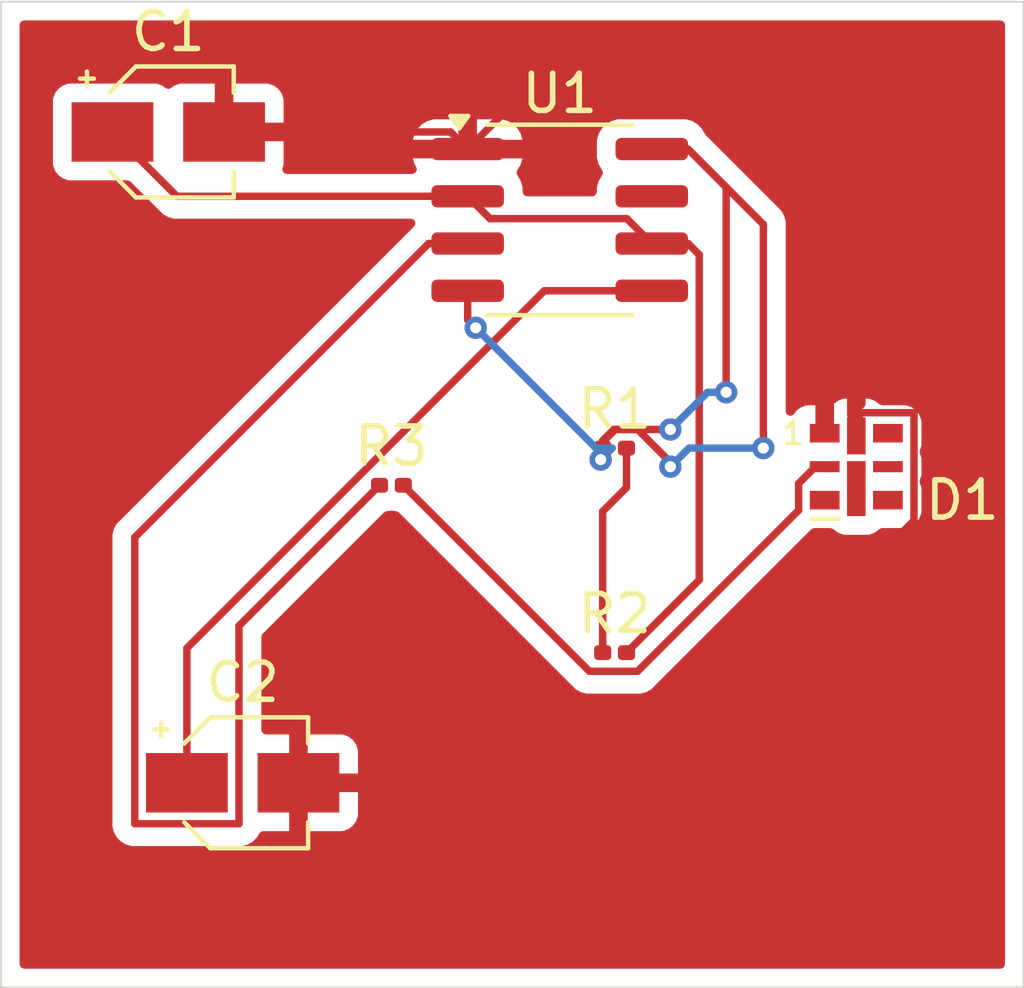
<source format=kicad_pcb>
(kicad_pcb (version 20241229) (generator "pcbnew") (generator_version "9.0")
  (layers (0 "F.Cu" signal) (2 "B.Cu" signal) (13 "F.Paste" user) (15 "B.Paste" user) (5 "F.SilkS" user "F.Silkscreen") (7 "B.SilkS" user "B.Silkscreen") (1 "F.Mask" user) (3 "B.Mask" user) (25 "Edge.Cuts" user))
  (net 0 "")
  (net 1 "GND")
  (net 2 "Net-(U1-THR)")
  (net 3 "Net-(U1-CV)")
  (net 4 "Net-(D1-A)")
  (net 5 "+5V")
  (net 6 "Net-(U1-DIS)")
  (net 7 "Net-(U1-Q)")
  (footprint "Resistor_SMD:R_0201_0603Metric" (layer "F.Cu") (at 98.5 70.5)
    (property "Reference" "R3" (at 0 -1.05 0) (layer "F.SilkS"))
    (property "Value" "330 Ohms")
    (pad "1" smd roundrect (at -0.32 0) (size 0.46 0.4) (layers "F.Cu" "F.Mask") (net 7 "Net-(U1-Q)"))
    (pad "2" smd roundrect (at 0.32 0) (size 0.46 0.4) (layers "F.Cu" "F.Mask") (net 4 "Net-(D1-A)"))
  )
  (footprint "LED_SMD:LED-APA102-2020" (layer "F.Cu") (at 111 70)
    (property "Reference" "D1" (at 2.85 0.9 0) (layer "F.SilkS"))
    (property "Value" "LED")
    (fp_line (start -1.2 1.4) (end -0.5 1.4) (stroke (width 0.12)) (layer "F.SilkS"))
    (fp_text user "1" (at -1.7 -0.9 0) (layer "F.SilkS") (effects (font (size 0.6 0.6) (thickness 0.1))))
    (pad "1" smd rect (at -0.85 -0.9) (size 0.8 0.5) (layers "F.Cu" "F.Mask" "F.Paste") (net 1 "GND"))
    (pad "1" smd rect (at 0 -0.83 90) (size 1 0.5) (layers "F.Cu" "F.Mask" "F.Paste") (net 1 "GND"))
    (pad "2" smd rect (at -0.85 0) (size 0.8 0.3) (layers "F.Cu" "F.Mask" "F.Paste") (net 4 "Net-(D1-A)"))
    (pad "3" smd rect (at -0.85 0.9) (size 0.8 0.5) (layers "F.Cu" "F.Mask" "F.Paste"))
    (pad "4" smd rect (at 0.85 0.9) (size 0.8 0.5) (layers "F.Cu" "F.Mask" "F.Paste"))
    (pad "5" smd rect (at 0.85 0) (size 0.8 0.3) (layers "F.Cu" "F.Mask" "F.Paste"))
    (pad "6" smd rect (at 0 0.59 90) (size 1.48 0.5) (layers "F.Cu" "F.Mask" "F.Paste"))
    (pad "6" smd rect (at 0.85 -0.9) (size 0.8 0.5) (layers "F.Cu" "F.Mask" "F.Paste"))
  )
  (footprint "Resistor_SMD:R_0201_0603Metric" (layer "F.Cu") (at 104.5 75)
    (property "Reference" "R2" (at 0 -1.05 0) (layer "F.SilkS"))
    (property "Value" "1MegaOhm")
    (pad "1" smd roundrect (at -0.32 0) (size 0.46 0.4) (layers "F.Cu" "F.Mask") (net 6 "Net-(U1-DIS)"))
    (pad "2" smd roundrect (at 0.32 0) (size 0.46 0.4) (layers "F.Cu" "F.Mask") (net 2 "Net-(U1-THR)"))
  )
  (footprint "Package_SO:SOIC-8_3.9x4.9mm_P1.27mm" (layer "F.Cu") (at 103.025 63.365)
    (property "Reference" "U1" (at 0 -3.4 0) (layer "F.SilkS"))
    (property "Value" "NE555D")
    (fp_line (start 0 -2.56) (end -1.95 -2.56) (stroke (width 0.12)) (layer "F.SilkS"))
    (fp_line (start 0 -2.56) (end 1.95 -2.56) (stroke (width 0.12)) (layer "F.SilkS"))
    (fp_line (start 0 2.56) (end -1.95 2.56) (stroke (width 0.12)) (layer "F.SilkS"))
    (fp_line (start 0 2.56) (end 1.95 2.56) (stroke (width 0.12)) (layer "F.SilkS"))
    (fp_poly (pts (xy -2.7 -2.465) (xy -2.94 -2.795) (xy -2.46 -2.795)) (stroke (width 0.12)) (fill yes) (layer "F.SilkS"))
    (pad "1" smd roundrect (at -2.475 -1.905) (size 1.95 0.6) (layers "F.Cu" "F.Mask" "F.Paste") (net 1 "GND"))
    (pad "2" smd roundrect (at -2.475 -0.635) (size 1.95 0.6) (layers "F.Cu" "F.Mask" "F.Paste") (net 2 "Net-(U1-THR)"))
    (pad "3" smd roundrect (at -2.475 0.635) (size 1.95 0.6) (layers "F.Cu" "F.Mask" "F.Paste") (net 7 "Net-(U1-Q)"))
    (pad "4" smd roundrect (at -2.475 1.905) (size 1.95 0.6) (layers "F.Cu" "F.Mask" "F.Paste") (net 5 "+5V"))
    (pad "5" smd roundrect (at 2.475 1.905) (size 1.95 0.6) (layers "F.Cu" "F.Mask" "F.Paste") (net 3 "Net-(U1-CV)"))
    (pad "6" smd roundrect (at 2.475 0.635) (size 1.95 0.6) (layers "F.Cu" "F.Mask" "F.Paste") (net 2 "Net-(U1-THR)"))
    (pad "7" smd roundrect (at 2.475 -0.635) (size 1.95 0.6) (layers "F.Cu" "F.Mask" "F.Paste") (net 6 "Net-(U1-DIS)"))
    (pad "8" smd roundrect (at 2.475 -1.905) (size 1.95 0.6) (layers "F.Cu" "F.Mask" "F.Paste") (net 5 "+5V"))
  )
  (footprint "Capacitor_SMD:CP_Elec_3x5.3" (layer "F.Cu") (at 94.5 78.5)
    (property "Reference" "C2" (at 0 -2.7 0) (layer "F.SilkS"))
    (property "Value" "0.01uF")
    (fp_line (start -2.375 -1.435) (end -2 -1.435) (stroke (width 0.12)) (layer "F.SilkS"))
    (fp_line (start -2.1875 -1.6225) (end -2.1875 -1.2475) (stroke (width 0.12)) (layer "F.SilkS"))
    (fp_line (start -1.570563 -1.06) (end -0.870563 -1.76) (stroke (width 0.12)) (layer "F.SilkS"))
    (fp_line (start -1.570563 1.06) (end -0.870563 1.76) (stroke (width 0.12)) (layer "F.SilkS"))
    (fp_line (start -0.870563 -1.76) (end 1.76 -1.76) (stroke (width 0.12)) (layer "F.SilkS"))
    (fp_line (start -0.870563 1.76) (end 1.76 1.76) (stroke (width 0.12)) (layer "F.SilkS"))
    (fp_line (start 1.76 -1.76) (end 1.76 -1.06) (stroke (width 0.12)) (layer "F.SilkS"))
    (fp_line (start 1.76 1.76) (end 1.76 1.06) (stroke (width 0.12)) (layer "F.SilkS"))
    (pad "1" smd rect (at -1.5 0) (size 2.2 1.6) (layers "F.Cu" "F.Mask" "F.Paste") (net 3 "Net-(U1-CV)"))
    (pad "2" smd rect (at 1.5 0) (size 2.2 1.6) (layers "F.Cu" "F.Mask" "F.Paste") (net 1 "GND"))
  )
  (footprint "Capacitor_SMD:CP_Elec_3x5.3" (layer "F.Cu") (at 92.5 61)
    (property "Reference" "C1" (at 0 -2.7 0) (layer "F.SilkS"))
    (property "Value" "1.5nF")
    (fp_line (start -2.375 -1.435) (end -2 -1.435) (stroke (width 0.12)) (layer "F.SilkS"))
    (fp_line (start -2.1875 -1.6225) (end -2.1875 -1.2475) (stroke (width 0.12)) (layer "F.SilkS"))
    (fp_line (start -1.570563 -1.06) (end -0.870563 -1.76) (stroke (width 0.12)) (layer "F.SilkS"))
    (fp_line (start -1.570563 1.06) (end -0.870563 1.76) (stroke (width 0.12)) (layer "F.SilkS"))
    (fp_line (start -0.870563 -1.76) (end 1.76 -1.76) (stroke (width 0.12)) (layer "F.SilkS"))
    (fp_line (start -0.870563 1.76) (end 1.76 1.76) (stroke (width 0.12)) (layer "F.SilkS"))
    (fp_line (start 1.76 -1.76) (end 1.76 -1.06) (stroke (width 0.12)) (layer "F.SilkS"))
    (fp_line (start 1.76 1.76) (end 1.76 1.06) (stroke (width 0.12)) (layer "F.SilkS"))
    (pad "1" smd rect (at -1.5 0) (size 2.2 1.6) (layers "F.Cu" "F.Mask" "F.Paste") (net 2 "Net-(U1-THR)"))
    (pad "2" smd rect (at 1.5 0) (size 2.2 1.6) (layers "F.Cu" "F.Mask" "F.Paste") (net 1 "GND"))
  )
  (footprint "Resistor_SMD:R_0201_0603Metric" (layer "F.Cu") (at 104.5 69.5)
    (property "Reference" "R1" (at 0 -1.05 0) (layer "F.SilkS"))
    (property "Value" "1MegaOhm")
    (pad "1" smd roundrect (at -0.32 0) (size 0.46 0.4) (layers "F.Cu" "F.Mask") (net 5 "+5V"))
    (pad "2" smd roundrect (at 0.32 0) (size 0.46 0.4) (layers "F.Cu" "F.Mask") (net 6 "Net-(U1-DIS)"))
  )
  (gr_rect (start 88 57.5) (end 115.5 84) (stroke (width 0.05)) (fill no) (layer "Edge.Cuts"))
  (segment (start 111.149 68.549) (end 111 68.698) (width 0.2) (layer "F.Cu") (net 1))
  (segment (start 96 78.5) (end 105.5 78.5) (width 0.2) (layer "F.Cu") (net 1))
  (segment (start 110.15 69.1) (end 110.15 61.65) (width 0.2) (layer "F.Cu") (net 1))
  (segment (start 110.15 61.65) (end 109 60.5) (width 0.2) (layer "F.Cu") (net 1))
  (segment (start 112.551 71.449) (end 112.551 68.549) (width 0.2) (layer "F.Cu") (net 1))
  (segment (start 105.5 78.5) (end 112.551 71.449) (width 0.2) (layer "F.Cu") (net 1))
  (segment (start 109 60.5) (end 101.51 60.5) (width 0.2) (layer "F.Cu") (net 1))
  (segment (start 100.09 61) (end 100.55 61.46) (width 0.2) (layer "F.Cu") (net 1))
  (segment (start 94 61) (end 100.09 61) (width 0.2) (layer "F.Cu") (net 1))
  (segment (start 101.51 60.5) (end 100.55 61.46) (width 0.2) (layer "F.Cu") (net 1))
  (segment (start 112.551 68.549) (end 111.149 68.549) (width 0.2) (layer "F.Cu") (net 1))
  (segment (start 111 68.698) (end 111 69.17) (width 0.2) (layer "F.Cu") (net 1))
  (segment (start 91 61) (end 92.73 62.73) (width 0.2) (layer "F.Cu") (net 2))
  (segment (start 101.151 63.331) (end 104.831 63.331) (width 0.2) (layer "F.Cu") (net 2))
  (segment (start 106.776 64.301001) (end 106.474999 64) (width 0.2) (layer "F.Cu") (net 2))
  (segment (start 104.82 75) (end 106.776 73.044) (width 0.2) (layer "F.Cu") (net 2))
  (segment (start 92.73 62.73) (end 100.55 62.73) (width 0.2) (layer "F.Cu") (net 2))
  (segment (start 106.776 73.044) (end 106.776 64.301001) (width 0.2) (layer "F.Cu") (net 2))
  (segment (start 100.55 62.73) (end 101.151 63.331) (width 0.2) (layer "F.Cu") (net 2))
  (segment (start 104.831 63.331) (end 105.5 64) (width 0.2) (layer "F.Cu") (net 2))
  (segment (start 106.474999 64) (end 105.5 64) (width 0.2) (layer "F.Cu") (net 2))
  (segment (start 102.61013 65.27) (end 105.5 65.27) (width 0.2) (layer "F.Cu") (net 3))
  (segment (start 93 74.88013) (end 102.61013 65.27) (width 0.2) (layer "F.Cu") (net 3))
  (segment (start 93 78.5) (end 93 74.88013) (width 0.2) (layer "F.Cu") (net 3))
  (segment (start 98.82 70.5) (end 103.821 75.501) (width 0.2) (layer "F.Cu") (net 4))
  (segment (start 105.11887 75.501) (end 109.449 71.17087) (width 0.2) (layer "F.Cu") (net 4))
  (segment (start 109.449 71.17087) (end 109.449 70.451) (width 0.2) (layer "F.Cu") (net 4))
  (segment (start 109.9 70) (end 110.15 70) (width 0.2) (layer "F.Cu") (net 4))
  (segment (start 103.821 75.501) (end 105.11887 75.501) (width 0.2) (layer "F.Cu") (net 4))
  (segment (start 109.449 70.451) (end 109.9 70) (width 0.2) (layer "F.Cu") (net 4))
  (segment (start 107.5 62.485001) (end 107.5 68) (width 0.2) (layer "F.Cu") (net 5))
  (segment (start 106 69) (end 104.52013 69) (width 0.2) (layer "F.Cu") (net 5))
  (segment (start 106.474999 61.46) (end 107.5 62.485001) (width 0.2) (layer "F.Cu") (net 5))
  (segment (start 105.5 61.46) (end 106.474999 61.46) (width 0.2) (layer "F.Cu") (net 5))
  (segment (start 100.55 65.27) (end 100.55 66.05) (width 0.2) (layer "F.Cu") (net 5))
  (segment (start 108.5 63.485001) (end 108.5 69.5) (width 0.2) (layer "F.Cu") (net 5))
  (segment (start 104.52013 69) (end 104.18 69.34013) (width 0.2) (layer "F.Cu") (net 5))
  (segment (start 100.55 66.05) (end 100.7658 66.2658) (width 0.2) (layer "F.Cu") (net 5))
  (segment (start 105.11887 68.999) (end 104.481001 68.999) (width 0.2) (layer "F.Cu") (net 5))
  (segment (start 104.18 69.34013) (end 104.18 69.5) (width 0.2) (layer "F.Cu") (net 5))
  (segment (start 106 69.88013) (end 105.11887 68.999) (width 0.2) (layer "F.Cu") (net 5))
  (segment (start 104.481001 68.999) (end 104.18 69.300001) (width 0.2) (layer "F.Cu") (net 5))
  (segment (start 104.18 69.300001) (end 104.18 69.5) (width 0.2) (layer "F.Cu") (net 5))
  (segment (start 106.474999 61.46) (end 108.5 63.485001) (width 0.2) (layer "F.Cu") (net 5))
  (segment (start 106 70) (end 106 69.88013) (width 0.2) (layer "F.Cu") (net 5))
  (via (at 104.125765 69.809506) (size 0.6) (drill 0.3) (layers "F.Cu" "B.Cu") (net 5))
  (via (at 106 69) (size 0.6) (drill 0.3) (layers "F.Cu" "B.Cu") (net 5))
  (via (at 106 70) (size 0.6) (drill 0.3) (layers "F.Cu" "B.Cu") (net 5))
  (via (at 107.5 68) (size 0.6) (drill 0.3) (layers "F.Cu" "B.Cu") (net 5))
  (via (at 108.5 69.5) (size 0.6) (drill 0.3) (layers "F.Cu" "B.Cu") (net 5))
  (via (at 100.7658 66.2658) (size 0.6) (drill 0.3) (layers "F.Cu" "B.Cu") (net 5))
  (segment (start 104 69.5) (end 104.435271 69.5) (width 0.2) (layer "B.Cu") (net 5))
  (segment (start 100.7658 66.2658) (end 104 69.5) (width 0.2) (layer "B.Cu") (net 5))
  (segment (start 106.5 69.5) (end 106 70) (width 0.2) (layer "B.Cu") (net 5))
  (segment (start 104.435271 69.5) (end 104.125765 69.809506) (width 0.2) (layer "B.Cu") (net 5))
  (segment (start 108.5 69.5) (end 106.5 69.5) (width 0.2) (layer "B.Cu") (net 5))
  (segment (start 107.5 68) (end 107 68) (width 0.2) (layer "B.Cu") (net 5))
  (segment (start 107 68) (end 106 69) (width 0.2) (layer "B.Cu") (net 5))
  (segment (start 104.82 70.562) (end 104.18 71.202) (width 0.2) (layer "F.Cu") (net 6))
  (segment (start 104.82 69.5) (end 104.82 70.562) (width 0.2) (layer "F.Cu") (net 6))
  (segment (start 104.18 71.202) (end 104.18 75) (width 0.2) (layer "F.Cu") (net 6))
  (segment (start 91.599 79.601) (end 91.599 71.901) (width 0.2) (layer "F.Cu") (net 7))
  (segment (start 99.5 64) (end 100.55 64) (width 0.2) (layer "F.Cu") (net 7))
  (segment (start 94.401 79.601) (end 91.599 79.601) (width 0.2) (layer "F.Cu") (net 7))
  (segment (start 94.401 74.279) (end 94.401 79.601) (width 0.2) (layer "F.Cu") (net 7))
  (segment (start 98.18 70.5) (end 94.401 74.279) (width 0.2) (layer "F.Cu") (net 7))
  (segment (start 91.599 71.901) (end 99.5 64) (width 0.2) (layer "F.Cu") (net 7))
  (zone (net 1) (net_name "GND") (layer "F.Cu") (priority 1) (connect_pads (clearance 0.5)) (min_thickness 0.25) (fill yes (thermal_gap 0.5) (thermal_bridge_width 0.5))
    (polygon (pts (xy 88 57.5) (xy 88 84) (xy 115.5 84) (xy 115.5 57.5)))
  )
)
</source>
